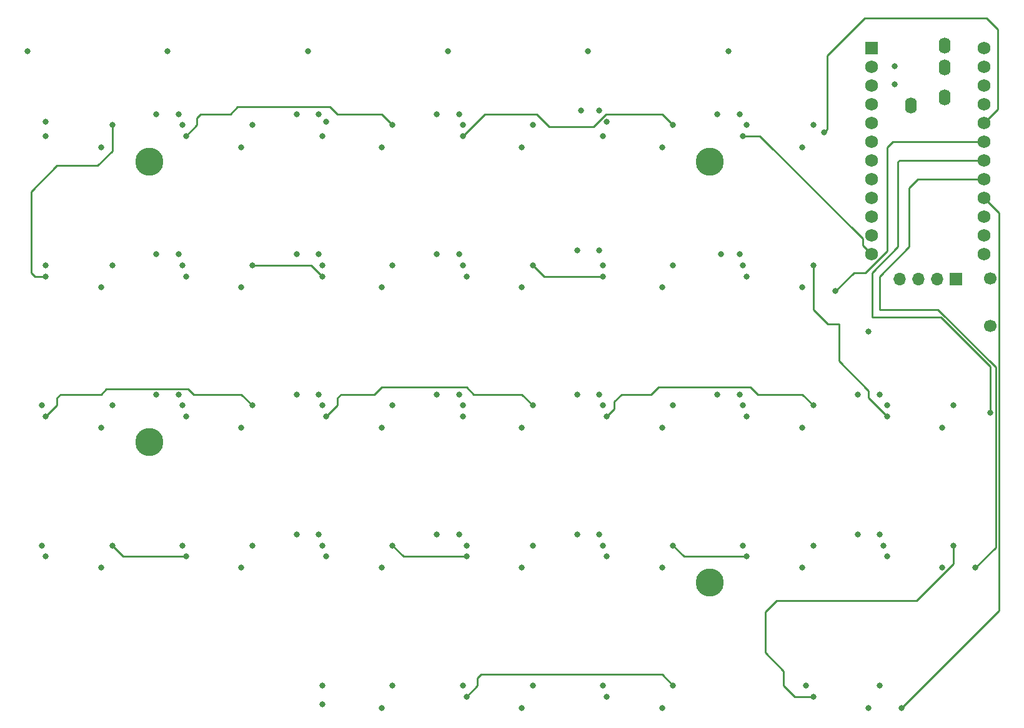
<source format=gbr>
%TF.GenerationSoftware,KiCad,Pcbnew,8.0.8*%
%TF.CreationDate,2025-01-31T06:20:13-05:00*%
%TF.ProjectId,nitsud,6e697473-7564-42e6-9b69-6361645f7063,v1.0.0*%
%TF.SameCoordinates,Original*%
%TF.FileFunction,Copper,L3,Inr*%
%TF.FilePolarity,Positive*%
%FSLAX46Y46*%
G04 Gerber Fmt 4.6, Leading zero omitted, Abs format (unit mm)*
G04 Created by KiCad (PCBNEW 8.0.8) date 2025-01-31 06:20:13*
%MOMM*%
%LPD*%
G01*
G04 APERTURE LIST*
%TA.AperFunction,ComponentPad*%
%ADD10R,1.752600X1.752600*%
%TD*%
%TA.AperFunction,ComponentPad*%
%ADD11C,1.752600*%
%TD*%
%TA.AperFunction,ComponentPad*%
%ADD12O,1.600000X2.200000*%
%TD*%
%TA.AperFunction,ComponentPad*%
%ADD13C,1.700000*%
%TD*%
%TA.AperFunction,ComponentPad*%
%ADD14C,3.800000*%
%TD*%
%TA.AperFunction,ComponentPad*%
%ADD15R,1.700000X1.700000*%
%TD*%
%TA.AperFunction,ComponentPad*%
%ADD16O,1.700000X1.700000*%
%TD*%
%TA.AperFunction,ViaPad*%
%ADD17C,0.800000*%
%TD*%
%TA.AperFunction,Conductor*%
%ADD18C,0.250000*%
%TD*%
G04 APERTURE END LIST*
D10*
%TO.N,RAW*%
%TO.C,MCU1*%
X257380000Y-87030000D03*
D11*
%TO.N,GND*%
X257380000Y-89570000D03*
%TO.N,RST*%
X257380000Y-92110000D03*
%TO.N,VCC*%
X257380000Y-94650000D03*
%TO.N,P21*%
X257380000Y-97190000D03*
%TO.N,P20*%
X257380000Y-99730000D03*
%TO.N,P19*%
X257380000Y-102270000D03*
%TO.N,P18*%
X257380000Y-104810000D03*
%TO.N,P15*%
X257380000Y-107350000D03*
%TO.N,P14*%
X257380000Y-109890000D03*
%TO.N,P16*%
X257380000Y-112430000D03*
%TO.N,P10*%
X257380000Y-114970000D03*
%TO.N,P1*%
X272620000Y-87030000D03*
%TO.N,P0*%
X272620000Y-89570000D03*
%TO.N,GND*%
X272620000Y-92110000D03*
X272620000Y-94650000D03*
%TO.N,P2*%
X272620000Y-97190000D03*
%TO.N,P3*%
X272620000Y-99730000D03*
%TO.N,P4*%
X272620000Y-102270000D03*
%TO.N,P5*%
X272620000Y-104810000D03*
%TO.N,P6*%
X272620000Y-107350000D03*
%TO.N,P7*%
X272620000Y-109890000D03*
%TO.N,P8*%
X272620000Y-112430000D03*
%TO.N,P9*%
X272620000Y-114970000D03*
%TD*%
D12*
%TO.N,GND*%
%TO.C,TRRS1*%
X267300000Y-86700000D03*
%TO.N,P1*%
X267300000Y-89700000D03*
%TO.N,RAW*%
X267300000Y-93700000D03*
%TO.N,P0*%
X262700000Y-94800000D03*
%TD*%
D13*
%TO.N,RST*%
%TO.C,RST1*%
X273500000Y-124750000D03*
%TO.N,GND*%
X273500000Y-118250000D03*
%TD*%
D14*
%TO.N,*%
%TO.C,H2*%
X159500000Y-140500000D03*
%TD*%
D15*
%TO.N,GND*%
%TO.C,OLED1*%
X268800000Y-118400000D03*
D16*
%TO.N,VCC*%
X266260000Y-118400000D03*
%TO.N,P9*%
X263720000Y-118400000D03*
%TO.N,P8*%
X261180000Y-118400000D03*
%TD*%
D14*
%TO.N,*%
%TO.C,H4*%
X235500000Y-159500000D03*
%TD*%
%TO.N,*%
%TO.C,H1*%
X159500000Y-102500000D03*
%TD*%
%TO.N,*%
%TO.C,H3*%
X235500000Y-102500000D03*
%TD*%
D17*
%TO.N,*%
X249500000Y-154500000D03*
X173500000Y-97500000D03*
X192500000Y-116500000D03*
X249500000Y-135500000D03*
X183500000Y-137000000D03*
X183000000Y-118000000D03*
X164500000Y-118000000D03*
X154500000Y-97500000D03*
X258500000Y-173500000D03*
X183500000Y-156000000D03*
X221500000Y-175000000D03*
X211500000Y-135500000D03*
X202500000Y-156000000D03*
X268500000Y-135500000D03*
X202500000Y-175000000D03*
X145500000Y-99000000D03*
X173500000Y-135500000D03*
X154500000Y-116500000D03*
X230500000Y-116500000D03*
X145500000Y-137000000D03*
X211500000Y-154500000D03*
X192500000Y-135500000D03*
X249500000Y-97500000D03*
X211500000Y-116500000D03*
X164500000Y-99000000D03*
X202000000Y-99000000D03*
X259500000Y-156000000D03*
X202500000Y-118000000D03*
X240500000Y-137000000D03*
X145500000Y-118000000D03*
X230500000Y-135500000D03*
X249500000Y-175000000D03*
X230500000Y-97500000D03*
X230500000Y-173500000D03*
X211500000Y-173500000D03*
X211500000Y-97500000D03*
X259500000Y-137000000D03*
X202000000Y-137000000D03*
X221000000Y-118000000D03*
X183000000Y-99000000D03*
X183000000Y-176000000D03*
X192500000Y-97500000D03*
X240500000Y-118000000D03*
X164500000Y-137000000D03*
X192500000Y-154500000D03*
X230500000Y-154500000D03*
X173500000Y-154500000D03*
X221500000Y-137000000D03*
X221000000Y-99000000D03*
X221500000Y-156000000D03*
X240500000Y-156000000D03*
X192500000Y-173500000D03*
X173500000Y-116500000D03*
X145500000Y-156000000D03*
X268500000Y-154500000D03*
X164500000Y-156000000D03*
X249500000Y-116500000D03*
X154500000Y-135500000D03*
X154500000Y-154500000D03*
%TO.N,GND*%
X240500000Y-97500000D03*
X221000000Y-116500000D03*
X221000000Y-173500000D03*
X221500000Y-97000000D03*
X202000000Y-173500000D03*
X164000000Y-116500000D03*
X259500000Y-135500000D03*
X248500000Y-173500000D03*
X145000000Y-135500000D03*
X183000000Y-154500000D03*
X183500000Y-97000000D03*
X202500000Y-154500000D03*
X145000000Y-154500000D03*
X221000000Y-154500000D03*
X145500000Y-116500000D03*
X164000000Y-154500000D03*
X240000000Y-135500000D03*
X202000000Y-135500000D03*
X183000000Y-116500000D03*
X221000000Y-135500000D03*
X240000000Y-154500000D03*
X145500000Y-97000000D03*
X202000000Y-116500000D03*
X240000000Y-116500000D03*
X260500000Y-89500000D03*
X164000000Y-135500000D03*
X259000000Y-154500000D03*
X183000000Y-173500000D03*
X202000000Y-97500000D03*
X183000000Y-135500000D03*
X164000000Y-97500000D03*
%TO.N,VCC*%
X172000000Y-119500000D03*
X153000000Y-100500000D03*
X153000000Y-157500000D03*
X191000000Y-157500000D03*
X153000000Y-138500000D03*
X257000000Y-176500000D03*
X248000000Y-138500000D03*
X229000000Y-176500000D03*
X229000000Y-157500000D03*
X248000000Y-100500000D03*
X153000000Y-119500000D03*
X210000000Y-176500000D03*
X210000000Y-138500000D03*
X191000000Y-138500000D03*
X248000000Y-157500000D03*
X248000000Y-119500000D03*
X191000000Y-176500000D03*
X210000000Y-119500000D03*
X267000000Y-138500000D03*
X191000000Y-100500000D03*
X172000000Y-157500000D03*
X229000000Y-119500000D03*
X191000000Y-119500000D03*
X172000000Y-138500000D03*
X172000000Y-100500000D03*
X210000000Y-100500000D03*
X267000000Y-157500000D03*
X229000000Y-138500000D03*
X210000000Y-157500000D03*
X229000000Y-100500000D03*
%TO.N,RST*%
X260500000Y-92000000D03*
%TO.N,P21*%
X143000000Y-87500000D03*
%TO.N,P20*%
X162000000Y-87500000D03*
%TO.N,P19*%
X181000000Y-87500000D03*
%TO.N,P18*%
X200000000Y-87500000D03*
%TO.N,P15*%
X219000000Y-87500000D03*
%TO.N,P14*%
X238000000Y-87500000D03*
%TO.N,P16*%
X257000000Y-125500000D03*
%TO.N,P10*%
X240000000Y-99000000D03*
%TO.N,P2*%
X163500000Y-96000000D03*
X182500000Y-96000000D03*
X236500000Y-96000000D03*
X201500000Y-96000000D03*
X220500000Y-95500000D03*
X239500000Y-96000000D03*
X218000000Y-95500000D03*
X160500000Y-96000000D03*
X198500000Y-96000000D03*
X179500000Y-96000000D03*
X251000000Y-98500000D03*
%TO.N,P3*%
X220500000Y-114500000D03*
X237000000Y-115000000D03*
X160500000Y-115000000D03*
X179500000Y-115000000D03*
X217500000Y-114500000D03*
X198500000Y-115000000D03*
X163500000Y-115000000D03*
X182500000Y-115000000D03*
X201500000Y-115000000D03*
X252500000Y-120000000D03*
X239500000Y-115000000D03*
%TO.N,P4*%
X220500000Y-134000000D03*
X217500000Y-134000000D03*
X273500000Y-136500000D03*
X239500000Y-134000000D03*
X182500000Y-134000000D03*
X160500000Y-134000000D03*
X179500000Y-134000000D03*
X201500000Y-134000000D03*
X258500000Y-134000000D03*
X198500000Y-134000000D03*
X163500000Y-134000000D03*
X255500000Y-134000000D03*
X236500000Y-134000000D03*
%TO.N,P5*%
X179500000Y-153000000D03*
X217500000Y-153000000D03*
X182500000Y-153000000D03*
X201500000Y-153000000D03*
X258500000Y-153000000D03*
X220500000Y-153000000D03*
X271500000Y-157500000D03*
X198500000Y-153000000D03*
X255500000Y-153000000D03*
%TO.N,P6*%
X261500000Y-176500000D03*
%TD*%
D18*
%TO.N,*%
X204000000Y-173500000D02*
X202500000Y-175000000D01*
X204000000Y-172500000D02*
X204000000Y-173500000D01*
X204500000Y-172000000D02*
X204000000Y-172500000D01*
X229000000Y-172000000D02*
X204500000Y-172000000D01*
X230500000Y-173500000D02*
X229000000Y-172000000D01*
X147000000Y-135500000D02*
X145500000Y-137000000D01*
X147000000Y-134500000D02*
X147000000Y-135500000D01*
X153725000Y-133275000D02*
X153000000Y-134000000D01*
X165500000Y-134000000D02*
X164775000Y-133275000D01*
X172000000Y-134000000D02*
X165500000Y-134000000D01*
X173500000Y-135500000D02*
X172000000Y-134000000D01*
X153000000Y-134000000D02*
X147500000Y-134000000D01*
X147500000Y-134000000D02*
X147000000Y-134500000D01*
X185000000Y-134500000D02*
X185000000Y-135500000D01*
X185000000Y-135500000D02*
X183500000Y-137000000D01*
X185500000Y-134000000D02*
X185000000Y-134500000D01*
X190000000Y-134000000D02*
X185500000Y-134000000D01*
X191000000Y-133000000D02*
X190000000Y-134000000D01*
X222500000Y-136000000D02*
X221500000Y-137000000D01*
X222500000Y-135000000D02*
X222500000Y-136000000D01*
X227500000Y-134000000D02*
X223500000Y-134000000D01*
X228500000Y-133000000D02*
X227500000Y-134000000D01*
X241000000Y-133000000D02*
X228500000Y-133000000D01*
X248000000Y-134000000D02*
X242000000Y-134000000D01*
X242000000Y-134000000D02*
X241000000Y-133000000D01*
X249500000Y-135500000D02*
X248000000Y-134000000D01*
X223500000Y-134000000D02*
X222500000Y-135000000D01*
X212000000Y-96000000D02*
X205000000Y-96000000D01*
X205000000Y-96000000D02*
X202000000Y-99000000D01*
X213725000Y-97725000D02*
X212000000Y-96000000D01*
X221424695Y-96000000D02*
X219699695Y-97725000D01*
X219699695Y-97725000D02*
X213725000Y-97725000D01*
X229000000Y-96000000D02*
X221424695Y-96000000D01*
X230500000Y-97500000D02*
X229000000Y-96000000D01*
X230275000Y-97725000D02*
X230500000Y-97500000D01*
X166000000Y-97500000D02*
X164500000Y-99000000D01*
X166000000Y-96500000D02*
X166000000Y-97500000D01*
X166500000Y-96000000D02*
X166000000Y-96500000D01*
X170500000Y-96000000D02*
X166500000Y-96000000D01*
X171500000Y-95000000D02*
X170500000Y-96000000D01*
X253000000Y-129500000D02*
X257000000Y-133500000D01*
X230500000Y-154500000D02*
X232000000Y-156000000D01*
X181500000Y-116500000D02*
X183000000Y-118000000D01*
X184000000Y-95000000D02*
X171500000Y-95000000D01*
X244500000Y-162000000D02*
X243000000Y-163500000D01*
X268500000Y-157025305D02*
X263525305Y-162000000D01*
X211500000Y-116500000D02*
X213000000Y-118000000D01*
X249500000Y-122500000D02*
X251500000Y-124500000D01*
X154500000Y-101000000D02*
X152500000Y-103000000D01*
X245500000Y-173500000D02*
X247000000Y-175000000D01*
X213000000Y-118000000D02*
X221000000Y-118000000D01*
X143500000Y-106500000D02*
X143500000Y-117500000D01*
X243000000Y-163500000D02*
X243000000Y-169025305D01*
X152500000Y-103000000D02*
X147000000Y-103000000D01*
X245500000Y-171525305D02*
X245500000Y-173500000D01*
X210000000Y-134000000D02*
X203500000Y-134000000D01*
X247000000Y-175000000D02*
X249500000Y-175000000D01*
X173500000Y-116500000D02*
X181500000Y-116500000D01*
X191000000Y-96000000D02*
X185000000Y-96000000D01*
X154500000Y-97500000D02*
X154500000Y-101000000D01*
X253000000Y-124500000D02*
X253000000Y-129500000D01*
X154500000Y-154500000D02*
X156000000Y-156000000D01*
X185000000Y-96000000D02*
X184000000Y-95000000D01*
X192500000Y-97500000D02*
X191000000Y-96000000D01*
X232000000Y-156000000D02*
X240500000Y-156000000D01*
X268500000Y-154500000D02*
X268500000Y-157025305D01*
X192500000Y-154500000D02*
X194000000Y-156000000D01*
X251500000Y-124500000D02*
X253000000Y-124500000D01*
X147000000Y-103000000D02*
X143500000Y-106500000D01*
X156000000Y-156000000D02*
X164500000Y-156000000D01*
X249500000Y-116500000D02*
X249500000Y-122500000D01*
X257000000Y-134500000D02*
X259500000Y-137000000D01*
X143500000Y-117500000D02*
X144000000Y-118000000D01*
X211500000Y-135500000D02*
X210000000Y-134000000D01*
X194000000Y-156000000D02*
X202500000Y-156000000D01*
X144000000Y-118000000D02*
X145500000Y-118000000D01*
X202500000Y-133000000D02*
X191000000Y-133000000D01*
X203500000Y-134000000D02*
X202500000Y-133000000D01*
X243000000Y-169025305D02*
X245500000Y-171525305D01*
X257000000Y-133500000D02*
X257000000Y-134500000D01*
X263525305Y-162000000D02*
X244500000Y-162000000D01*
%TO.N,P10*%
X256178700Y-112907050D02*
X242271650Y-99000000D01*
X257380000Y-114970000D02*
X256178700Y-113768700D01*
X256178700Y-113768700D02*
X256178700Y-112907050D01*
X242271650Y-99000000D02*
X240000000Y-99000000D01*
%TO.N,P2*%
X272620000Y-97190000D02*
X274500000Y-95310000D01*
X256500000Y-83000000D02*
X251405000Y-88095000D01*
X251405000Y-88095000D02*
X251405000Y-98095000D01*
X273000000Y-83000000D02*
X256500000Y-83000000D01*
X251405000Y-98095000D02*
X251000000Y-98500000D01*
X274500000Y-84500000D02*
X273000000Y-83000000D01*
X274500000Y-95310000D02*
X274500000Y-84500000D01*
%TO.N,P3*%
X259500000Y-100500000D02*
X259500000Y-114548895D01*
X256548895Y-117500000D02*
X255000000Y-117500000D01*
X260270000Y-99730000D02*
X259500000Y-100500000D01*
X272620000Y-99730000D02*
X260270000Y-99730000D01*
X255000000Y-117500000D02*
X252500000Y-120000000D01*
X259500000Y-114548895D02*
X256548895Y-117500000D01*
%TO.N,P4*%
X261000000Y-102500000D02*
X261000000Y-114000000D01*
X261230000Y-102270000D02*
X261000000Y-102500000D01*
X266771650Y-123500000D02*
X273500000Y-130228350D01*
X272620000Y-102270000D02*
X261230000Y-102270000D01*
X261000000Y-114000000D02*
X257500000Y-117500000D01*
X257500000Y-123500000D02*
X266771650Y-123500000D01*
X257500000Y-117500000D02*
X257500000Y-123500000D01*
X273500000Y-130228350D02*
X273500000Y-136500000D01*
%TO.N,P5*%
X272620000Y-104810000D02*
X263690000Y-104810000D01*
X263690000Y-104810000D02*
X262500000Y-106000000D01*
X258500000Y-122500000D02*
X266408046Y-122500000D01*
X262500000Y-114000000D02*
X258500000Y-118000000D01*
X266408046Y-122500000D02*
X274225000Y-130316954D01*
X262500000Y-106000000D02*
X262500000Y-114000000D01*
X274225000Y-130316954D02*
X274225000Y-154775000D01*
X274225000Y-154775000D02*
X271500000Y-157500000D01*
X258500000Y-118000000D02*
X258500000Y-122500000D01*
%TO.N,P6*%
X274675000Y-163325000D02*
X261500000Y-176500000D01*
X274675000Y-109405000D02*
X274675000Y-163325000D01*
X272620000Y-107350000D02*
X274675000Y-109405000D01*
%TO.N,*%
X164775000Y-133275000D02*
X153725000Y-133275000D01*
%TD*%
M02*

</source>
